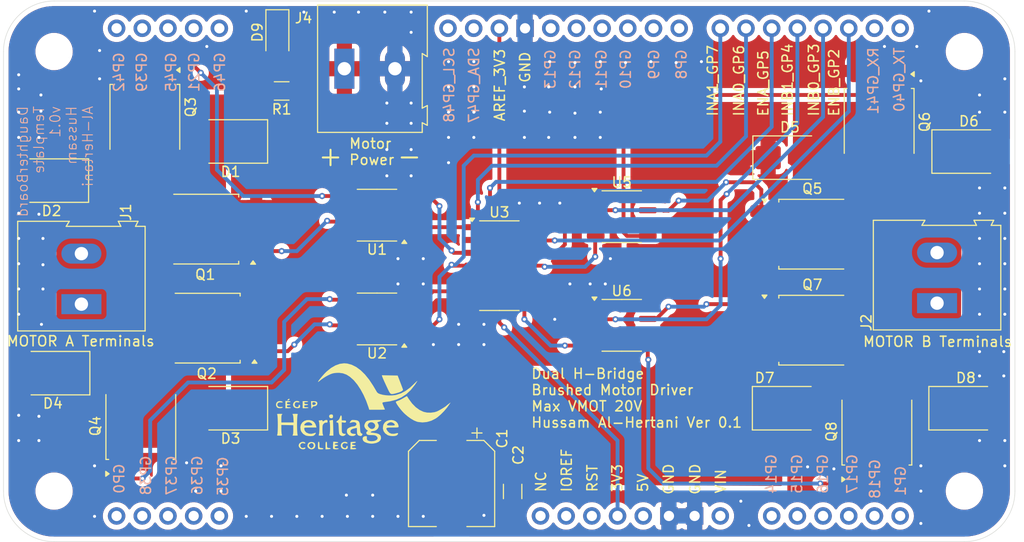
<source format=kicad_pcb>
(kicad_pcb (version 20240108) (generator "pcbnew") (generator_version "8.0")
  (layers (0 "F.Cu" signal) (31 "B.Cu" signal) (34 "B.Paste" user) (35 "F.Paste" user) (36 "B.SilkS" user "B.Silkscreen") (37 "F.SilkS" user "F.Silkscreen") (38 "B.Mask" user) (39 "F.Mask" user) (44 "Edge.Cuts" user))
  (net 0 "")
  (net 1 "Vdrive")
  (net 2 "GND")
  (net 3 "/POWA")
  (net 4 "/POWB")
  (net 5 "/POWC")
  (net 6 "/POWD")
  (net 9 "INA0")
  (net 12 "INB1")
  (net 14 "ENB")
  (net 31 "INA1")
  (net 36 "ENA")
  (net 37 "+3V3")
  (net 38 "INB0")
  (net 45 "Net-(Q1-G)")
  (net 46 "Net-(Q2-G)")
  (net 47 "Net-(Q3-G)")
  (net 48 "Net-(Q4-G)")
  (net 49 "Net-(Q5-G)")
  (net 50 "Net-(Q6-G)")
  (net 51 "Net-(Q7-G)")
  (net 52 "Net-(Q8-G)")
  (net 55 "Net-(U1-IN_B)")
  (net 56 "Net-(U2-IN_B)")
  (net 59 "Net-(U5-IN_B)")
  (net 60 "Net-(U6-IN_B)")
  (net 65 "Net-(D9-A)")
  (footprint "Diode_SMD:D_SMB" (layer "F.Cu") (at 78.3775 108.3275 180)
    (property "Reference" "D4")
    (property "Value" "B250")
  )
  (footprint "Diode_SMD:D_SMB" (layer "F.Cu") (at 151.2 111.8)
    (property "Reference" "D7")
    (property "Value" "B250")
  )
  (footprint "Diode_SMD:D_SMB" (layer "F.Cu") (at 95.95 111.8 180)
    (property "Reference" "D3")
    (property "Value" "B250")
  )
  (footprint "LED_SMD:LED_1206_3216Metric_Pad1.42x1.75mm_HandSolder" (layer "F.Cu") (at 100.5775 74.8225 -90)
    (property "Reference" "D9")
    (property "Value" "LED")
  )
  (footprint "TerminalBlock:TerminalBlock_Altech_AK300-2_P5.00mm" (layer "F.Cu") (at 81.2 101.5 90)
    (property "Reference" "J1")
    (property "Value" "Screw_Terminal_01x02")
  )
  (footprint "Package_TO_SOT_SMD:TO-252-2" (layer "F.Cu") (at 93.585 103.875 180)
    (property "Reference" "Q2")
    (property "Value" "AOD4189")
  )
  (footprint "Package_TO_SOT_SMD:TO-252-2" (layer "F.Cu") (at 159.85 114.11 90)
    (property "Reference" "Q8")
    (property "Value" "AOD66406")
  )
  (footprint "Package_TO_SOT_SMD:TO-252-2" (layer "F.Cu") (at 93.4425 94.075 180)
    (property "Reference" "Q1")
    (property "Value" "AOD4189")
  )
  (footprint "Package_SO:SO-8_3.9x4.9mm_P1.27mm" (layer "F.Cu") (at 134.625 92.845)
    (property "Reference" "U5")
    (property "Value" "MIC4427")
  )
  (footprint "Resistor_SMD:R_1206_3216Metric_Pad1.30x1.75mm_HandSolder" (layer "F.Cu") (at 101 80.4 180)
    (property "Reference" "R1")
    (property "Value" "1.6k")
  )
  (footprint "Package_SO:SO-8_3.9x4.9mm_P1.27mm" (layer "F.Cu") (at 110.425 92.695 180)
    (property "Reference" "U1")
    (property "Value" "MIC4427")
  )
  (footprint "Package_TO_SOT_SMD:TO-252-2" (layer "F.Cu") (at 153.465 104.075)
    (property "Reference" "Q7")
    (property "Value" "AOD4189")
  )
  (footprint "Diode_SMD:D_SMB" (layer "F.Cu") (at 168.95 86.4)
    (property "Reference" "D6")
    (property "Value" "B250")
  )
  (footprint "Diode_SMD:D_SMB" (layer "F.Cu") (at 95.95 85.4 180)
    (property "Reference" "D1")
    (property "Value" "B250")
  )
  (footprint "Package_SO:SO-14_3.9x8.65mm_P1.27mm" (layer "F.Cu") (at 122.525 97.69)
    (property "Reference" "U3")
    (property "Value" "74HC08")
  )
  (footprint "Diode_SMD:D_SMB" (layer "F.Cu") (at 78.25 89.2725 180)
    (property "Reference" "D2")
    (property "Value" "B250")
  )
  (footprint "TerminalBlock:TerminalBlock_Altech_AK300-2_P5.00mm" (layer "F.Cu") (at 165.8 101.4 90)
    (property "Reference" "J2")
    (property "Value" "Screw_Terminal_01x02")
  )
  (footprint "Package_TO_SOT_SMD:TO-252-2" (layer "F.Cu") (at 87.075 113.56 90)
    (property "Reference" "Q4")
    (property "Value" "AOD66406")
  )
  (footprint "Capacitor_SMD:CP_Elec_8x10" (layer "F.Cu") (at 117.8 119.25 -90)
    (property "Reference" "C1")
    (property "Value" "330u")
  )
  (footprint "Diode_SMD:D_SMB" (layer "F.Cu") (at 151.25 87)
    (property "Reference" "D5")
    (property "Value" "B250")
  )
  (footprint "TerminalBlock:TerminalBlock_Altech_AK300-2_P5.00mm" (layer "F.Cu") (at 107.2 78.2)
    (property "Reference" "J4")
    (property "Value" "Screw_Terminal_01x02")
  )
  (footprint "Package_TO_SOT_SMD:TO-252-2" (layer "F.Cu") (at 160.075 83.465 -90)
    (property "Reference" "Q6")
    (property "Value" "AOD66406")
  )
  (footprint "Package_TO_SOT_SMD:TO-252-2" (layer "F.Cu") (at 87.475 83.065 -90)
    (property "Reference" "Q3")
    (property "Value" "AOD66406")
  )
  (footprint "Package_SO:SO-8_3.9x4.9mm_P1.27mm" (layer "F.Cu") (at 110.425 102.965 180)
    (property "Reference" "U2")
    (property "Value" "MIC4427")
  )
  (footprint "Capacitor_SMD:C_1206_3216Metric_Pad1.33x1.80mm_HandSolder" (layer "F.Cu") (at 123.8375 120.0375 -90)
    (property "Reference" "C2")
    (property "Value" "0.1u")
  )
  (footprint "Diode_SMD:D_SMB" (layer "F.Cu") (at 168.65 111.8)
    (property "Reference" "D8")
    (property "Value" "B250")
  )
  (footprint "Package_SO:SO-8_3.9x4.9mm_P1.27mm" (layer "F.Cu") (at 134.625 103.595)
    (property "Reference" "U6")
    (property "Value" "MIC4427")
  )
  (footprint "Package_TO_SOT_SMD:TO-252-2" (layer "F.Cu") (at 153.465 94.575)
    (property "Reference" "Q5")
    (property "Value" "AOD4189")
  )
  (footprint "logos:heritage-logo-small" (layer "F.Cu") (at 108.8 111.6)
    (property "Reference" "G***" (hide yes))
    (property "Value" "LOGO" (hide yes))
  )
  (footprint "myparts:DaughterBoardTemplate" (layer "F.Cu") (at 122.78 99.854)
    (property "Reference" "J3" (hide yes))
    (property "Value" "DaughterBoard" (hide yes))
    (fp_line (start -49.28 20.146) (end -49.28 -23.354) (stroke (width 0.05)) (layer "Edge.Cuts"))
    (fp_line (start -44.28 -28.354) (end 45.72 -28.354) (stroke (width 0.05)) (layer "Edge.Cuts"))
    (fp_line (start 45.72 25.146) (end -44.28 25.146) (stroke (width 0.05)) (layer "Edge.Cuts"))
    (fp_line (start 50.72 -23.354) (end 50.72 20.146) (stroke (width 0.05)) (layer "Edge.Cuts"))
    (fp_arc (start -49.28 -23.354) (mid -47.815534 -26.889534) (end -44.28 -28.354) (stroke (width 0.05)) (layer "Edge.Cuts"))
    (fp_arc (start -44.28 25.146) (mid -47.815534 23.681534) (end -49.28 20.146) (stroke (width 0.05)) (layer "Edge.Cuts"))
    (fp_arc (start 45.72 -28.354) (mid 49.255534 -26.889534) (end 50.72 -23.354) (stroke (width 0.05)) (layer "Edge.Cuts"))
    (fp_arc (start 50.72 20.146) (mid 49.255534 23.681534) (end 45.72 25.146) (stroke (width 0.05)) (layer "Edge.Cuts"))
  )
  (gr_text "GP0" (at 85.53 117.2 90) (layer "B.SilkS") (effects (font (size 1 1)) (justify left bottom mirror)))
  (gr_text "GP16" (at 155.085 116.25 90) (layer "B.SilkS") (effects (font (size 1 1)) (justify left bottom mirror)))
  (gr_text "+" (at 107.2 88 0) (layer "F.SilkS") (effects (font (size 2 2) (thickness 0.2)) (justify left bottom mirror)))
  (gr_text "MOTOR B Terminals" (at 158.4 105.8 0) (layer "F.SilkS") (effects (font (size 1 1)) (justify left bottom)))
  (gr_text "MOTOR A Terminals" (at 73.75 105.75 0) (layer "F.SilkS") (effects (font (size 1 1)) (justify left bottom)))
  (gr_text "Motor \nPower" (at 107.6 87.8 0) (layer "F.SilkS") (effects (font (size 1 1)) (justify left bottom)))
  (gr_text "-" (at 115 88 0) (layer "F.SilkS") (effects (font (size 2 2) (thickness 0.2)) (justify left bottom mirror)))
  (gr_text "Dual H-Bridge \nBrushed Motor Driver\nMax VMOT 20V\nHussam Al-Hertani Ver 0.1" (at 125.6 113.8 0) (layer "F.SilkS") (effects (font (size 1 1)) (justify left bottom)))
  (via (at 133 99.5) (size 0.6) (drill 0.3) (layers "F.Cu" "B.Cu") (net 2))
  (via (at 130 77.6) (size 0.6) (drill 0.3) (layers "F.Cu" "B.Cu") (net 2))
  (via (at 112.5 122.5) (size 0.6) (drill 0.3) (layers "F.Cu" "B.Cu") (net 2))
  (via (at 111.4 81.6) (size 0.6) (drill 0.3) (layers "F.Cu" "B.Cu") (net 2))
  (via (at 77.2 82.4) (size 0.6) (drill 0.3) (layers "F.Cu" "B.Cu") (net 2))
  (via (at 117.5 80) (size 0.6) (drill 0.3) (layers "F.Cu" "B.Cu") (net 2))
  (via (at 113.8 81.6) (size 0.6) (drill 0.3) (layers "F.Cu" "B.Cu") (net 2))
  (via (at 155.6 117.8) (size 0.6) (drill 0.3) (layers "F.Cu" "B.Cu") (net 2))
  (via (at 172.5 95) (size 0.6) (drill 0.3) (layers "F.Cu" "B.Cu") (net 2))
  (via (at 108.6 72.6) (size 0.6) (drill 0.3) (layers "F.Cu" "B.Cu") (net 2))
  (via (at 170 90) (size 0.6) (drill 0.3) (layers "F.Cu" "B.Cu") (net 2))
  (via (at 126.5 91.5) (size 0.6) (drill 0.3) (layers "F.Cu" "B.Cu") (net 2))
  (via (at 97.5 72.5) (size 0.6) (drill 0.3) (layers "F.Cu" "B.Cu") (net 2))
  (via (at 172.5 100) (size 0.6) (drill 0.3) (layers "F.Cu" "B.Cu") (net 2))
  (via (at 77.4 97.6) (size 0.6) (drill 0.3) (layers "F.Cu" "B.Cu") (net 2))
  (via (at 172.4 108.6) (size 0.6) (drill 0.3) (layers "F.Cu" "B.Cu") (net 2))
  (via (at 142.5 77.5) (size 0.6) (drill 0.3) (layers "F.Cu" "B.Cu") (net 2))
  (via (at 77 92.6) (size 0.6) (drill 0.3) (layers "F.Cu" "B.Cu") (net 2))
  (via (at 103.2 72.6) (size 0.6) (drill 0.3) (layers "F.Cu" "B.Cu") (net 2))
  (via (at 121 105.5) (size 0.6) (drill 0.3) (layers "F.Cu" "B.Cu") (net 2))
  (via (at 112.5 99.5) (size 0.6) (drill 0.3) (layers "F.Cu" "B.Cu") (net 2))
  (via (at 172.5 117.5) (size 0.6) (drill 0.3) (layers "F.Cu" "B.Cu") (net 2))
  (via (at 172.5 90) (size 0.6) (drill 0.3) (layers "F.Cu" "B.Cu") (net 2))
  (via (at 116 105.5) (size 0.6) (drill 0.3) (layers "F.Cu" "B.Cu") (net 2))
  (via (at 75 102.5) (size 0.6) (drill 0.3) (layers "F.Cu" "B.Cu") (net 2))
  (via (at 77.4 100) (size 0.6) (drill 0.3) (layers "F.Cu" "B.Cu") (net 2))
  (via (at 95 120) (size 0.6) (drill 0.3) (layers "F.Cu" "B.Cu") (net 2))
  (via (at 164.2 79.4) (size 0.6) (drill 0.3) (layers "F.Cu" "B.Cu") (net 2))
  (via (at 172.5 97.5) (size 0.6) (drill 0.3) (layers "F.Cu" "B.Cu") (net 2))
  (via (at 170 100) (size 0.6) (drill 0.3) (layers "F.Cu" "B.Cu") (net 2))
  (via (at 129.5 99.5) (size 0.6) (drill 0.3) (layers "F.Cu" "B.Cu") (net 2))
  (via (at 128.5 91.5) (size 0.6) (drill 0.3) (layers "F.Cu" "B.Cu") (net 2))
  (via (at 110 122.5) (size 0.6) (drill 0.3) (layers "F.Cu" "B.Cu") (net 2))
  (via (at 125 82.4) (size 0.6) (drill 0.3) (layers "F.Cu" "B.Cu") (net 2))
  (via (at 107.4 120.4) (size 0.6) (drill 0.3) (layers "F.Cu" "B.Cu") (net 2))
  (via (at 132.5 77.5) (size 0.6) (drill 0.3) (layers "F.Cu" "B.Cu") (net 2))
  (via (at 170 108.6) (size 0.6) (drill 0.3) (layers "F.Cu" "B.Cu") (net 2))
  (via (at 121 122.4) (size 0.6) (drill 0.3) (layers "F.Cu" "B.Cu") (net 2))
  (via (at 130 82.6) (size 0.6) (drill 0.3) (layers "F.Cu" "B.Cu") (net 2))
  (via (at 97.5 122.5) (size 0.6) (drill 0.3) (layers "F.Cu" "B.Cu") (net 2))
  (via (at 170 115) (size 0.6) (drill 0.3) (layers "F.Cu" "B.Cu") (net 2))
  (via (at 111.2 72.6) (size 0.6) (drill 0.3) (layers "F.Cu" "B.Cu") (net 2))
  (via (at 92.5 120) (size 0.6) (drill 0.3) (layers "F.Cu" "B.Cu") (net 2))
  (via (at 75 95) (size 0.6) (drill 0.3) (layers "F.Cu" "B.Cu") (net 2))
  (via (at 172.5 115) (size 0.6) (drill 0.3) (layers "F.Cu" "B.Cu") (net 2))
  (via (at 117.5 82.5) (size 0.6) (drill 0.3) (layers "F.Cu" "B.Cu") (net 2))
  (via (at 77.2 80.8) (size 0.6) (drill 0.3) (layers "F.Cu" "B.Cu") (net 2))
  (via (at 110 120.4) (size 0.6) (drill 0.3) (layers "F.Cu" "B.Cu") (net 2))
  (via (at 120 80) (size 0.6) (drill 0.3) (layers "F.Cu" "B.Cu") (net 2))
  (via (at 132.5 82.5) (size 0.6) (drill 0.3) (layers "F.Cu" "B.Cu") (net 2))
  (via (at 170 97.5) (size 0.6) (drill 0.3) (layers "F.Cu" "B.Cu") (net 2))
  (via (at 135 77.6) (size 0.6) (drill 0.3) (layers "F.Cu" "B.Cu") (net 2))
  (via (at 83 76.4) (size 0.6) (drill 0.3) (layers "F.Cu" "B.Cu") (net 2))
  (via (at 120 82.5) (size 0.6) (drill 0.3) (layers "F.Cu" "B.Cu") (net 2))
  (via (at 115 99.5) (size 0.6) (drill 0.3) (layers "F.Cu" "B.Cu") (net 2))
  (via (at 112.5 97) (size 0.6) (drill 0.3) (layers "F.Cu" "B.Cu") (net 2))
  (via (at 172.5 92.5) (size 0.6) (drill 0.3) (layers "F.Cu" "B.Cu") (net 2))
  (via (at 165 72.5) (size 0.6) (drill 0.3) (layers "F.Cu" "B.Cu") (net 2))
  (via (at 170 92.5) (size 0.6) (drill 0.3) (layers "F.Cu" "B.Cu") (net 2))
  (via (at 120 77.5) (size 0.6) (drill 0.3) (layers "F.Cu" "B.Cu") (net 2))
  (via (at 82.5 122.5) (size 0.6) (drill 0.3) (layers "F.Cu" "B.Cu") (net 2))
  (via (at 102.5 122.5) (size 0.6) (drill 0.3) (layers "F.Cu" "B.Cu") (net 2))
  (via (at 113.8 88.8) (size 0.6) (drill 0.3) (layers "F.Cu" "B.Cu") (net 2))
  (via (at 115 122.5) (size 0.6) (drill 0.3) (layers "F.Cu" "B.Cu") (net 2))
  (via (at 146.4 121) (size 0.6) (drill 0.3) (layers "F.Cu" "B.Cu") (net 2))
  (via (at 75 115) (size 0.6) (drill 0.3) (layers "F.Cu" "B.Cu") (net 2))
  (via (at 77 85) (size 0.6) (drill 0.3) (layers "F.Cu" "B.Cu") (net 2))
  (via (at 115 97) (size 0.6) (drill 0.3) (layers "F.Cu" "B.Cu") (net 2))
  (via (at 121 103.5) (size 0.6) (drill 0.3) (layers "F.Cu" "B.Cu") (net 2))
  (via (at 75 80.2) (size 0.6) (drill 0.3) (layers "F.Cu" "B.Cu") (net 2))
  (via (at 172.5 82.5) (size 0.6) (drill 0.3) (layers "F.Cu" "B.Cu") (net 2))
  (via (at 170 80.8) (size 0.6) (drill 0.3) (layers "F.Cu" "B.Cu") (net 2))
  (via (at 82.5 72.5) (size 0.6) (drill 0.3) (layers "F.Cu" "B.Cu") (net 2))
  (via (at 124.5 91.5) (size 0.6) (drill 0.3) (layers "F.Cu" "B.Cu") (net 2))
  (via (at 172.4 106.2) (size 0.6) (drill 0.3) (layers "F.Cu" "B.Cu") (net 2))
  (via (at 77.4 95) (size 0.6) (drill 0.3) (layers "F.Cu" "B.Cu") (net 2))
  (via (at 125 80) (size 0.6) (drill 0.3) (layers "F.Cu" "B.Cu") (net 2))
  (via (at 82.5 117.5) (size 0.6) (drill 0.3) (layers "F.Cu" "B.Cu") (net 2))
  (via (at 113.8 86.2) (size 0.6) (drill 0.3) (layers "F.Cu" "B.Cu") (net 2))
  (via (at 127.4 85) (size 0.6) (drill 0.3) (layers "F.Cu" "B.Cu") (net 2))
  (via (at 75 85) (size 0.6) (drill 0.3) (layers "F.Cu" "B.Cu") (net 2))
  (via (at 118.5 103.5) (size 0.6) (drill 0.3) (layers "F.Cu" "B.Cu") (net 2))
  (via (at 117.5 87.5) (size 0.6) (drill 0.3) (layers "F.Cu" "B.Cu") (net 2))
  (via (at 164.2 117.5) (size 0.6) (drill 0.3) (layers "F.Cu" "B.Cu") (net 2))
  (via (at 147.2 123.4) (size 0.6) (drill 0.3) (layers "F.Cu" "B.Cu") (net 2))
  (via (at 132.6 80.2) (size 0.6) (drill 0.3) (layers "F.Cu" "B.Cu") (net 2))
  (via (at 117.5 77.5) (size 0.6) (drill 0.3) (layers "F.Cu" "B.Cu") (net 2))
  (via (at 93.6 76) (size 0.6) (drill 0.3) (layers "F.Cu" "B.Cu") (net 2))
  (via (at 172.5 79.2) (size 0.6) (drill 0.3) (layers "F.Cu" "B.Cu") (net 2))
  (via (at 118.5 105.5) (size 0.6) (drill 0.3) (layers "F.Cu" "B.Cu") (net 2))
  (via (at 127.5 77.5) (size 0.6) (drill 0.3) (layers "F.Cu" "B.Cu") (net 2))
  (via (at 75 112.5) (size 0.6) (drill 0.3) (layers "F.Cu" "B.Cu") (net 2))
  (via (at 164.2 123.2) (size 0.6) (drill 0.3) (layers "F.Cu" "B.Cu") (net 2))
  (via (at 75 92.5) (size 0.6) (drill 0.3) (layers "F.Cu" "B.Cu") (net 2))
  (via (at 77 115) (size 0.6) (drill 0.3) (layers "F.Cu" "B.Cu") (net 2))
  (via (at 160.6 76) (size 0.6) (drill 0.3) (layers "F.Cu" "B.Cu") (net 2))
  (via (at 164.2 120) (size 0.6) (drill 0.3) (layers "F.Cu" "B.Cu") (net 2))
  (via (at 128 103) (size 0.6) (drill 0.3) (layers "F.Cu" "B.Cu") (net 2))
  (via (at 131.5 99.5) (size 0.6) (drill 0.3) (layers "F.Cu" "B.Cu") (net 2))
  (via (at 117.5 85) (size 0.6) (drill 0.3) (layers "F.Cu" "B.Cu") (net 2))
  (via (at 83 79.2) (size 0.6) (drill 0.3) (layers "F.Cu" "B.Cu") (net 2))
  (via (at 100 122.5) (size 0.6) (drill 0.3) (layers "F.Cu" "B.Cu") (net 2))
  (via (at 170 102.5) (size 0.6) (drill 0.3) (layers "F.Cu" "B.Cu") (net 2))
  (via (at 125 85) (size 0.6) (drill 0.3) (layers "F.Cu" "B.Cu") (net 2))
  (via (at 170 95) (size 0.6) (drill 0.3) (layers "F.Cu" "B.Cu") (net 2))
  (via (at 127.5 82.5) (size 0.6) (drill 0.3) (layers "F.Cu" "B.Cu") (net 2))
  (via (at 132.5 85) (size 0.6) (drill 0.3) (layers "F.Cu" "B.Cu") (net 2))
  (via (at 140 77.6) (size 0.6) (drill 0.3) (layers "F.Cu" "B.Cu") (net 2))
  (via (at 91.6 117.2) (size 0.6) (drill 0.3) (layers "F.Cu" "B.Cu") (net 2))
  (via (at 130 85) (size 0.6) (drill 0.3) (layers "F.Cu" "B.Cu") (net 2))
  (via (at 111.4 83.6) (size 0.6) (drill 0.3) (layers "F.Cu" "B.Cu") (net 2))
  (via (at 75 82.5) (size 0.6) (drill 0.3) (layers "F.Cu" "B.Cu") (net 2))
  (via (at 170 82.5) (size 0.6) (drill 0.3) (layers "F.Cu" "B.Cu") (net 2))
  (via (at 120 85) (size 0.6) (drill 0.3) (layers "F.Cu" "B.Cu") (net 2))
  (via (at 113.8 72.6) (size 0.6) (drill 0.3) (layers "F.Cu" "B.Cu") (net 2))
  (via (at 111.4 88.8) (size 0.6) (drill 0.3) (layers "F.Cu" "B.Cu") (net 2))
  (via (at 127.4 80) (size 0.6) (drill 0.3) (layers "F.Cu" "B.Cu") (net 2))
  (via (at 153 117.6) (size 0.6) (drill 0.3) (layers "F.Cu" "B.Cu") (net 2))
  (via (at 106.2 72.6) (size 0.6) (drill 0.3) (layers "F.Cu" "B.Cu") (net 2))
  (via (at 113.8 83.6) (size 0.6) (drill 0.3) (layers "F.Cu" "B.Cu") (net 2))
  (via (at 95 117.5) (size 0.6) (drill 0.3) (layers "F.Cu" "B.Cu") (net 2))
  (via (at 137.5 77.5) (size 0.6) (drill 0.3) (layers "F.Cu" "B.Cu") (net 2))
  (via (at 133.5 97) (size 0.6) (drill 0.3) (layers "F.Cu" "B.Cu") (net 2))
  (via (at 105 122.5) (size 0.6) (drill 0.3) (layers "F.Cu" "B.Cu") (net 2))
  (via (at 172.5 102.5) (size 0.6) (drill 0.3) (layers "F.Cu" "B.Cu") (net 2))
  (via (at 170 106.2) (size 0.6) (drill 0.3) (layers "F.Cu" "B.Cu") (net 2))
  (via (at 130 80) (size 0.6) (drill 0.3) (layers "F.Cu" "B.Cu") (net 2))
  (via (at 77 112.6) (size 0.6) (drill 0.3) (layers "F.Cu" "B.Cu") (net 2))
  (via (at 75 78.8) (size 0.6) (drill 0.3) (layers "F.Cu" "B.Cu") (net 2))
  (via (at 75 100) (size 0.6) (drill 0.3) (layers "F.Cu" "B.Cu") (net 2))
  (via (at 111.4 86.2) (size 0.6) (drill 0.3) (layers "F.Cu" "B.Cu") (net 2))
  (via (at 75 97.5) (size 0.6) (drill 0.3) (layers "F.Cu" "B.Cu") (net 2))
  (via (at 77.25 103.5) (size 0.6) (drill 0.3) (layers "F.Cu" "B.Cu") (net 2))
  (via (at 163.8 76) (size 0.6) (drill 0.3) (layers "F.Cu" "B.Cu") (net 2))
  (via (at 113.8 74.6) (size 0.6) (drill 0.3) (layers "F.Cu" "B.Cu") (net 2))
  (via (at 107.5 122.5) (size 0.6) (drill 0.3) (layers "F.Cu" "B.Cu") (net 2))
  (segment (start 114.88 93.88) (end 114.33 93.33) (width 0.381) (layer "F.Cu") (net 9))
  (segment (start 120.4 93.53) (end 120.05 93.88) (width 0.381) (layer "F.Cu") (net 9))
  (segment (start 120.4 91.4) (end 120.4 93.53) (width 0.381) (layer "F.Cu") (net 9))
  (segment (start 114.33 93.33) (end 113 93.33) (width 0.381) (layer "F.Cu") (net 9))
  (segment (start 120.05 93.88) (end 114.88 93.88) (width 0.381) (layer "F.Cu") (net 9))
  (via (at 120.4 91.4) (size 0.6) (drill 0.3) (layers "F.Cu" "B.Cu") (net 9))
  (segment (start 144 87.8) (end 121.8 87.8) (width 0.381) (layer "B.Cu") (net 9))
  (segment (start 121.8 87.8) (end 120.4 89.2) (width 0.381) (layer "B.Cu") (net 9))
  (segment (start 146.91 84.89) (end 144 87.8) (width 0.381) (layer "B.Cu") (net 9))
  (segment (start 120.4 89.2) (end 120.4 89.6) (width 0.381) (layer "B.Cu") (net 9))
  (segment (start 120.4 89.6) (end 120.4 91.4) (width 0.381) (layer "B.Cu") (net 9))
  (segment (start 146.91 74.2) (end 146.91 84.89) (width 0.381) (layer "B.Cu") (net 9))
  (segment (start 144.4 91.2) (end 144.4 97) (width 0.381) (layer "F.Cu") (net 12))
  (segment (start 132.09 103) (end 132.05 102.96) (width 0.381) (layer "F.Cu") (net 12))
  (segment (start 132.05 102.96) (end 129.76 102.96) (width 0.381) (layer "F.Cu") (net 12))
  (segment (start 134 103) (end 132.09 103) (width 0.381) (layer "F.Cu") (net 12))
  (segment (start 127.03 100.23) (end 125 100.23) (width 0.381) (layer "F.Cu") (net 12))
  (segment (start 129.76 102.96) (end 127.03 100.23) (width 0.381) (layer "F.Cu") (net 12))
  (segment (start 145 90.6) (end 144.4 91.2) (width 0.381) (layer "F.Cu") (net 12))
  (via (at 144.4 97) (size 0.6) (drill 0.3) (layers "F.Cu" "B.Cu") (net 12))
  (via (at 145 90.6) (size 0.6) (drill 0.3) (layers "F.Cu" "B.Cu") (net 12))
  (via (at 134 103) (size 0.6) (drill 0.3) (layers "F.Cu" "B.Cu") (net 12))
  (segment (start 144.4 97) (end 144.4 101.6) (width 0.381) (layer "B.Cu") (net 12))
  (segment (start 143 103) (end 134 103) (width 0.381) (layer "B.Cu") (net 12))
  (segment (start 143.6 102.4) (end 143 103) (width 0.381) (layer "B.Cu") (net 12))
  (segment (start 151.99 74.2) (end 151.99 83.61) (width 0.381) (layer "B.Cu") (net 12))
  (segment (start 151.99 83.61) (end 145 90.6) (width 0.381) (layer "B.Cu") (net 12))
  (segment (start 144.4 101.6) (end 143.6 102.4) (width 0.381) (layer "B.Cu") (net 12))
  (segment (start 123.65 95.15) (end 123.4 95.4) (width 0.381) (layer "F.Cu") (net 14))
  (segment (start 123.4 95.4) (end 123.4 98.6) (width 0.381) (layer "F.Cu") (net 14))
  (segment (start 125 95.15) (end 123.65 95.15) (width 0.381) (layer "F.Cu") (net 14))
  (segment (start 125.05 95.2) (end 125 95.15) (width 0.381) (layer "F.Cu") (net 14))
  (segment (start 123.4 98.6) (end 123.76 98.96) (width 0.381) (layer "F.Cu") (net 14))
  (segment (start 123.76 98.96) (end 125 98.96) (width 0.381) (layer "F.Cu") (net 14))
  (segment (start 128 95.2) (end 125.05 95.2) (width 0.381) (layer "F.Cu") (net 14))
  (via (at 128 95.2) (size 0.6) (drill 0.3) (layers "F.Cu" "B.Cu") (net 14))
  (segment (start 157.07 82.43) (end 157.07 74.2) (width 0.381) (layer "B.Cu") (net 14))
  (segment (start 128 95.2) (end 144.3 95.2) (width 0.381) (layer "B.Cu") (net 14))
  (segment (start 144.3 95.2) (end 157.07 82.43) (width 0.381) (layer "B.Cu") (net 14))
  (segment (start 116 103.6) (end 113 103.6) (width 0.381) (layer "F.Cu") (net 31))
  (segment (start 120.05 97.69) (end 117.89 97.69) (width 0.381) (layer "F.Cu") (net 31))
  (segment (start 116.6 103) (end 116 103.6) (width 0.381) (layer "F.Cu") (net 31))
  (segment (start 117.89 97.69) (end 117.8 97.6) (width 0.381) (layer "F.Cu") (net 31))
  (via (at 117.8 97.6) (size 0.6) (drill 0.3) (layers "F.Cu" "B.Cu") (net 31))
  (via (at 116.6 103) (size 0.6) (drill 0.3) (layers "F.Cu" "B.Cu") (net 31))
  (segment (start 116.6 98.8) (end 116.6 103) (width 0.381) (layer "B.Cu") (net 31))
  (segment (start 144.37 85.43) (end 143 86.8) (width 0.381) (layer "B.Cu") (net 31))
  (segment (start 119 87.8) (end 119 96.8) (width 0.381) (layer "B.Cu") (net 31))
  (segment (start 117.8 97.6) (end 116.6 98.8) (width 0.381) (layer "B.Cu") (net 31))
  (segment (start 144.37 74.2) (end 144.37 85.43) (width 0.381) (layer "B.Cu") (net 31))
  (segment (start 143 86.8) (end 120 86.8) (width 0.381) (layer "B.Cu") (net 31))
  (segment (start 119 96.8) (end 118.2 97.6) (width 0.381) (layer "B.Cu") (net 31))
  (segment (start 118.2 97.6) (end 117.8 97.6) (width 0.381) (layer "B.Cu") (net 31))
  (segment (start 120 86.8) (end 119 87.8) (width 0.381) (layer "B.Cu") (net 31))
  (segment (start 121.6 98.6) (end 121.24 98.96) (width 0.381) (layer "F.Cu") (net 36))
  (segment (start 120.05 95.15) (end 121.35 95.15) (width 0.381) (layer "F.Cu") (net 36))
  (segment (start 121.6 90) (end 121.6 95.4) (width 0.381) (layer "F.Cu") (net 36))
  (segment (start 121.24 98.96) (end 120.05 98.96) (width 0.381) (layer "F.Cu") (net 36))
  (segment (start 121.6 95.4) (end 121.6 98.6) (width 0.381) (layer "F.Cu") (net 36))
  (segment (start 121.35 95.15) (end 121.6 95.4) (width 0.381) (layer "F.Cu") (net 36))
  (via (at 121.6 90) (size 0.6) (drill 0.3) (layers "F.Cu" "B.Cu") (net 36))
  (segment (start 144 89.4) (end 149.45 83.95) (width 0.381) (layer "B.Cu") (net 36))
  (segment (start 122.2 89.4) (end 144 89.4) (width 0.381) (layer "B.Cu") (net 36))
  (segment (start 121.6 90) (end 122.2 89.4) (width 0.381) (layer "B.Cu") (net 36))
  (segment (start 149.45 83.95) (end 149.45 74.2) (width 0.381) (layer "B.Cu") (net 36))
  (segment (start 123.6 93.8) (end 123.68 93.88) (width 0.381) (layer "F.Cu") (net 37))
  (segment (start 122.526 93.126) (end 122.526 103.326) (width 0.381) (layer "F.Cu") (net 37))
  (segment (start 123.68 93.88) (end 125 93.88) (width 0.381) (layer "F.Cu") (net 37))
  (segment (start 123.2 93.8) (end 123.6 93.8) (width 0.381) (layer "F.Cu") (net 37))
  (segment (start 122.526 93.126) (end 123.2 93.8) (width 0.381) (layer "F.Cu") (net 37))
  (segment (start 122.526 74.2) (end 122.526 93.126) (width 0.381) (layer "F.Cu") (net 37))
  (segment (start 122.526 103.326) (end 123 103.8) (width 0.381) (layer "F.Cu") (net 37))
  (via (at 123 103.8) (size 0.6) (drill 0.3) (layers "F.Cu" "B.Cu") (net 37))
  (segment (start 134.21 115.01) (end 134.21 122.46) (width 0.381) (layer "B.Cu") (net 37))
  (segment (start 123 103.8) (end 134.21 115.01) (width 0.381) (layer "B.Cu") (net 37))
  (segment (start 129.99 92.21) (end 132.05 92.21) (width 0.381) (layer "F.Cu") (net 38))
  (segment (start 129 93.2) (end 129.99 92.21) (width 0.381) (layer "F.Cu") (net 38))
  (segment (start 125 96.42) (end 128.18 96.42) (width 0.381) (layer "F.Cu") (net 38))
  (segment (start 128.18 96.42) (end 129 95.6) (width 0.381) (layer "F.Cu") (net 38))
  (segment (start 129 95.6) (end 129 93.2) (width 0.381) (layer "F.Cu") (net 38))
  (segment (start 132.06 92.2) (end 132.05 92.21) (width 0.381) (layer "F.Cu") (net 38))
  (segment (start 134 92.2) (end 132.06 92.2) (width 0.381) (layer "F.Cu") (net 38))
  (via (at 134 92.2) (size 0.6) (drill 0.3) (layers "F.Cu" "B.Cu") (net 38))
  (segment (start 154.53 82.97) (end 145.3 92.2) (width 0.381) (layer "B.Cu") (net 38))
  (segment (start 154.53 74.2) (end 154.53 82.97) (width 0.381) (layer "B.Cu") (net 38))
  (segment (start 145.3 92.2) (end 134 92.2) (width 0.381) (layer "B.Cu") (net 38))
  (segment (start 101 96.25) (end 98.5875 96.25) (width 0.381) (layer "F.Cu") (net 45))
  (segment (start 98.5875 96.25) (end 98.4825 96.355) (width 0.381) (layer "F.Cu") (net 45))
  (segment (start 107.85 93.33) (end 105.58 93.33) (width 0.381) (layer "F.Cu") (net 45))
  (segment (start 105.58 93.33) (end 105.5 93.25) (width 0.381) (layer "F.Cu") (net 45))
  (via (at 105.5 93.25) (size 0.6) (drill 0.3) (layers "F.Cu" "B.Cu") (net 45))
  (via (at 101 96.25) (size 0.6) (drill 0.3) (layers "F.Cu" "B.Cu") (net 45))
  (segment (start 102.5 96.25) (end 101 96.25) (width 0.381) (layer "B.Cu") (net 45))
  (segment (start 105.5 93.25) (end 102.5 96.25) (width 0.381) (layer "B.Cu") (net 45))
  (segment (start 101.595 106.155) (end 98.625 106.155) (width 0.381) (layer "F.Cu") (net 46))
  (segment (start 102.25 105.5) (end 101.595 106.155) (width 0.381) (layer "F.Cu") (net 46))
  (segment (start 105.85 103.6) (end 105.75 103.5) (width 0.381) (layer "F.Cu") (net 46))
  (segment (start 107.85 103.6) (end 105.85 103.6) (width 0.381) (layer "F.Cu") (net 46))
  (via (at 102.25 105.5) (size 0.6) (drill 0.3) (layers "F.Cu" "B.Cu") (net 46))
  (via (at 105.75 103.5) (size 0.6) (drill 0.3) (layers "F.Cu" "B.Cu") (net 46))
  (segment (start 105.75 103.5) (end 104.25 103.5) (width 0.381) (layer "B.Cu") (net 46))
  (segment (start 104.25 103.5) (end 102.25 105.5) (width 0.381) (layer "B.Cu") (net 46))
  (segment (start 92.425 78.025) (end 93 78.6) (width 0.381) (layer "F.Cu") (net 47))
  (segment (start 89.755 78.025) (end 92.425 78.025) (width 0.381) (layer "F.Cu") (net 47))
  (segment (start 105 90.8) (end 107.84 90.8) (width 0.381) (layer "F.Cu") (net 47))
  (segment (start 107.84 90.8) (end 107.85 90.79) (width 0.381) (layer "F.Cu") (net 47))
  (via (at 93 78.6) (size 0.6) (drill 0.3) (layers "F.Cu" "B.Cu") (net 47))
  (via (at 105 90.8) (size 0.6) (drill 0.3) (layers "F.Cu" "B.Cu") (net 47))
  (segment (start 94.6 88.2) (end 96.8 90.4) (width 0.381) (layer "B.Cu") (net 47))
  (segment (start 94.6 86.8) (end 94.6 88.2) (width 0.381) (layer "B.Cu") (net 47))
  (segment (start 94.6 80.2) (end 94.6 86.8) (width 0.381) (layer "B.Cu") (net 47))
  (segment (start 96.8 90.4) (end 97.2 90.8) (width 0.381) (layer "B.Cu") (net 47))
  (segment (start 93 78.6) (end 94.6 80.2) (width 0.381) (layer "B.Cu") (net 47))
  (segment (start 97.2 90.8) (end 105 90.8) (width 0.381) (layer "B.Cu") (net 47))
  (segment (start 87.25 118.75) (end 84.945 118.75) (width 0.381) (layer "F.Cu") (net 48))
  (segment (start 107.85 101.06) (end 105.81 101.06) (width 0.381) (layer "F.Cu") (net 48))
  (segment (start 105.81 101.06) (end 105.75 101) (width 0.381) (layer "F.Cu") (net 48))
  (segment (start 84.945 118.75) (end 84.795 118.6) (width 0.381) (layer "F.Cu") (net 48))
  (via (at 105.75 101) (size 0.6) (drill 0.3) (layers "F.Cu" "B.Cu") (net 48))
  (via (at 87.25 118.75) (size 0.6) (drill 0.3) (layers "F.Cu" "B.Cu") (net 48))
  (segment (start 101.25 103.25) (end 101.25 103.75) (width 0.381) (layer "B.Cu") (net 48))
  (segment (start 88 118) (end 87.75 118.25) (width 0.381) (layer "B.Cu") (net 48))
  (segment (start 87.75 118.25) (end 87.25 118.75) (width 0.381) (layer "B.Cu") (net 48))
  (segment (start 105.75 101) (end 103.5 101) (width 0.381) (layer "B.Cu") (net 48))
  (segment (start 91.75 109.25) (end 88 113) (width 0.381) (layer "B.Cu") (net 48))
  (segment (start 88 113.5) (end 88 118) (width 0.381) (layer "B.Cu") (net 48))
  (segment (start 103.5 101) (end 101.25 103.25) (width 0.381) (layer "B.Cu") (net 48))
  (segment (start 100 109.25) (end 91.75 109.25) (width 0.381) (layer "B.Cu") (net 48))
  (segment (start 101.25 108) (end 100 109.25) (width 0.381) (layer "B.Cu") (net 48))
  (segment (start 88 113) (end 88 113.5) (width 0.381) (layer "B.Cu") (net 48))
  (segment (start 101.25 103.75) (end 101.25 108) (width 0.381) (layer "B.Cu") (net 48))
  (segment (start 138.75 92.25) (end 138.71 92.21) (width 0.381) (layer "F.Cu") (net 49))
  (segment (start 148.425 90.175) (end 147.688258 89.438258) (width 0.381) (layer "F.Cu") (net 49))
  (segment (start 147.688258 89.438258) (end 144.938258 89.438258) (width 0.381) (layer "F.Cu") (net 49))
  (segment (start 138.71 92.21) (end 137.2 92.21) (width 0.381) (layer "F.Cu") (net 49))
  (segment (start 140.25 91.25) (end 139.25 92.25) (width 0.381) (layer "F.Cu") (net 49))
  (segment (start 148.425 92.295) (end 148.425 90.175) (width 0.381) (layer "F.Cu") (net 49))
  (segment (start 139.25 92.25) (end 138.75 92.25) (width 0.381) (layer "F.Cu") (net 49))
  (via (at 144.938258 89.438258) (size 0.6) (drill 0.3) (layers "F.Cu" "B.Cu") (net 49))
  (via (at 140.25 91.25) (size 0.6) (drill 0.3) (layers "F.Cu" "B.Cu") (net 49))
  (segment (start 143.126516 91.25) (end 140.25 91.25) (width 0.381) (layer "B.Cu") (net 49))
  (segment (start 144.938258 89.438258) (end 143.126516 91.25) (width 0.381) (layer "B.Cu") (net 49))
  (segment (start 135.15 94.75) (end 134.8 94.4) (width 0.381) (layer "F.Cu") (net 50))
  (segment (start 134.8 81.4) (end 135.4 80.8) (width 0.381) (layer "F.Cu") (net 50))
  (segment (start 161.8 80.8) (end 162.355 80.245) (width 0.381) (layer "F.Cu") (net 50))
  (segment (start 134.8 94.4) (end 134.8 81.4) (width 0.381) (layer "F.Cu") (net 50))
  (segment (start 135.4 80.8) (end 161.8 80.8) (width 0.381) (layer "F.Cu") (net 50))
  (segment (start 137.2 94.75) (end 135.15 94.75) (width 0.381) (layer "F.Cu") (net 50))
  (segment (start 162.355 80.245) (end 162.355 78.425) (width 0.381) (layer "F.Cu") (net 50))
  (segment (start 143 101.5) (end 146.25 101.5) (width 0.381) (layer "F.Cu") (net 51))
  (segment (start 137.2 102.96) (end 138.04 102.96) (width 0.381) (layer "F.Cu") (net 51))
  (segment (start 138.04 102.96) (end 139.25 101.75) (width 0.381) (layer "F.Cu") (net 51))
  (segment (start 146.545 101.795) (end 148.425 101.795) (width 0.381) (layer "F.Cu") (net 51))
  (segment (start 146.25 101.5) (end 146.545 101.795) (width 0.381) (layer "F.Cu") (net 51))
  (via (at 143 101.5) (size 0.6) (drill 0.3) (layers "F.Cu" "B.Cu") (net 51))
  (via (at 139.25 101.75) (size 0.6) (drill 0.3) (layers "F.Cu" "B.Cu") (net 51))
  (segment (start 139.25 101.75) (end 142.75 101.75) (width 0.381) (layer "B.Cu") (net 51))
  (segment (start 142.75 101.75) (end 143 101.5) (width 0.381) (layer "B.Cu") (net 51))
  (segment (start 137.2 105.5) (end 137.2 106.95) (width 0.381) (layer "F.Cu") (net 52))
  (segment (start 154.25 119.25) (end 157.47 119.25) (width 0.381) (layer "F.Cu") (net 52))
  (segment (start 137.2 106.95) (end 137.25 107) (width 0.381) (layer "F.Cu") (net 52))
  (segment (start 157.47 119.25) (end 157.57 119.15) (width 0.381) (layer "F.Cu") (net 52))
  (via (at 137.25 107) (size 0.6) (drill 0.3) (layers "F.Cu" "B.Cu") (net 52))
  (via (at 154.25 119.25) (size 0.6) (drill 0.3) (layers "F.Cu" "B.Cu") (net 52))
  (segment (start 137.25 117.75) (end 138.5 119) (width 0.381) (layer "B.Cu") (net 52))
  (segment (start 138.75 119.25) (end 154.25 119.25) (width 0.381) (layer "B.Cu") (net 52))
  (segment (start 138.5 119) (end 138.75 119.25) (width 0.381) (layer "B.Cu") (net 52))
  (segment (start 137.25 107) (end 137.25 117.75) (width 0.381) (layer "B.Cu") (net 52))
  (segment (start 118.02 96.42) (end 117.8 96.2) (width 0.381) (layer "F.Cu") (net 55))
  (segment (start 120.05 96.42) (end 118.02 96.42) (width 0.381) (layer "F.Cu") (net 55))
  (segment (start 115.59 90.79) (end 113 90.79) (width 0.381) (layer "F.Cu") (net 55))
  (segment (start 116.6 91.8) (end 115.59 90.79) (width 0.381) (layer "F.Cu") (net 55))
  (via (at 117.8 96.2) (size 0.6) (drill 0.3) (layers "F.Cu" "B.Cu") (net 55))
  (via (at 116.6 91.8) (size 0.6) (drill 0.3) (layers "F.Cu" "B.Cu") (net 55))
  (segment (start 116.6 95) (end 116.6 91.8) (width 0.381) (layer "B.Cu") (net 55))
  (segment (start 117.8 96.2) (end 116.6 95) (width 0.381) (layer "B.Cu") (net 55))
  (segment (start 115.97 100.23) (end 115.14 101.06) (width 0.381) (layer "F.Cu") (net 56))
  (segment (start 120.05 100.23) (end 115.97 100.23) (width 0.381) (layer "F.Cu") (net 56))
  (segment (start 115.14 101.06) (end 113 101.06) (width 0.381) (layer "F.Cu") (net 56))
  (segment (start 126.89 97.69) (end 127 97.8) (width 0.381) (layer "F.Cu") (net 59))
  (segment (start 132 96.8) (end 132 94.8) (width 0.381) (layer "F.Cu") (net 59))
  (segment (start 132 94.8) (end 132.05 94.75) (width 0.381) (layer "F.Cu") (net 59))
  (segment (start 125 97.69) (end 126.89 97.69) (width 0.381) (layer "F.Cu") (net 59))
  (via (at 132 96.8) (size 0.6) (drill 0.3) (layers "F.Cu" "B.Cu") (net 59))
  (via (at 127 97.8) (size 0.6) (drill 0.3) (layers "F.Cu" "B.Cu") (net 59))
  (segment (start 127 97.8) (end 131 97.8) (width 0.381) (layer "B.Cu") (net 59))
  (segment (start 131 97.8) (end 132 96.8) (width 0.381) (layer "B.Cu") (net 59))
  (segment (start 131.95 105.6) (end 132.05 105.5) (width 0.381) (layer "F.Cu") (net 60))
  (segment (start 125 101.5) (end 125 103) (width 0.381) (layer "F.Cu") (net 60))
  (segment (start 129 105.6) (end 131.95 105.6) (width 0.381) (layer "F.Cu") (net 60))
  (via (at 129 105.6) (size 0.6) (drill 0.3) (layers "F.Cu" "B.Cu") (net 60))
  (via (at 125 103) (size 0.6) (drill 0.3) (layers "F.Cu" "B.Cu") (net 60))
  (segment (start 125 103) (end 127.6 105.6) (width 0.381) (layer "B.Cu") (net 60))
  (segment (start 127.6 105.6) (end 129 105.6) (width 0.381) (layer "B.Cu") (net 60))
  (segment (start 100.5775 77.2225) (end 99.45 78.35) (width 0.381) (layer "F.Cu") (net 65))
  (segment (start 99.45 78.35) (end 99.45 80.4) (width 0.381) (layer "F.Cu") (net 65))
  (segment (start 100.5775 76.31) (end 100.5775 77.2225) (width 0.381) (layer "F.Cu") (net 65))
  (zone (net 2) (net_name "GND") (layer "F.Cu") (priority 3) (connect_pads (clearance 0.5)) (min_thickness 0.25) (fill yes (thermal_gap 0.5) (thermal_bridge_width 1.5))
    (polygon (pts (xy 73.4 71.4) (xy 73.4 125) (xy 173.6 125) (xy 173.6 71.4) (xy 78.2 71.4) (xy 78.25 80.25) (xy 96 80.25) (xy 96 74.8) (xy 110.2 74.8) (xy 110.2 107.6) (xy 134.6 107.6) (xy 134.6 80.2) (xy 168.8 80.25) (xy 168.6 116.6) (xy 151 116.5775) (xy 151 120) (xy 112.4 119.8) (xy 96 119.8) (xy 96 116.2) (xy 78.25 116.25) (xy 78.2 71.4)))
  )
  (zone (net 5) (net_name "/POWC") (layer "F.Cu") (connect_pads yes (clearance 0.5)) (min_thickness 0.25) (fill yes (thermal_gap 0.5) (thermal_bridge_width 1.25))
    (polygon (pts (xy 151.05 99) (xy 151.05 80.25) (xy 168.8 80.25) (xy 168.8 99)))
  )
  (zone (net 4) (net_name "/POWB") (layer "F.Cu") (priority 1) (connect_pads yes (clearance 0.5)) (min_thickness 0.25) (fill yes (thermal_gap 0.5) (thermal_bridge_width 1.25))
    (polygon (pts (xy 78.25 99) (xy 78.25 116.25) (xy 96 116.2) (xy 96 99)))
  )
  (zone (net 3) (net_name "/POWA") (layer "F.Cu") (connect_pads yes (clearance 0.5)) (min_thickness 0.25) (fill yes (thermal_gap 0.5) (thermal_bridge_width 1.25))
    (polygon (pts (xy 78.25 99) (xy 78.25 80.25) (xy 96 80.25) (xy 96 99)))
  )
  (zone (net 1) (net_name "Vdrive") (layer "F.Cu") (priority 2) (connect_pads (clearance 0.5)) (min_thickness 0.25) (fill yes (thermal_gap 0.5) (thermal_bridge_width 1.5))
    (polygon (pts (xy 112.4 119.8) (xy 96 119.8) (xy 96 74.8) (xy 110.2 74.8) (xy 110.2 107.6) (xy 134.6 107.6) (xy 134.6 80.2) (xy 151.05 80.25) (xy 151 120)))
  )
  (zone (net 6) (net_name "/POWD") (layer "F.Cu") (priority 1) (connect_pads yes (clearance 0.5)) (min_thickness 0.25) (fill yes (thermal_gap 0.5) (thermal_bridge_width 1.25))
    (polygon (pts (xy 151 99.3275) (xy 151 116.5775) (xy 168.6 116.6) (xy 168.75 99.3275)))
  )
  (zone (net 2) (net_name "GND") (layer "B.Cu") (priority 4) (connect_pads (clearance 0.5)) (min_thickness 0.25) (fill yes (thermal_gap 0.5) (thermal_bridge_width 1.5))
    (polygon (pts (xy 73.4 71.4) (xy 73.4 125) (xy 173.6 125) (xy 173.6 71.4)))
  )
)
</source>
